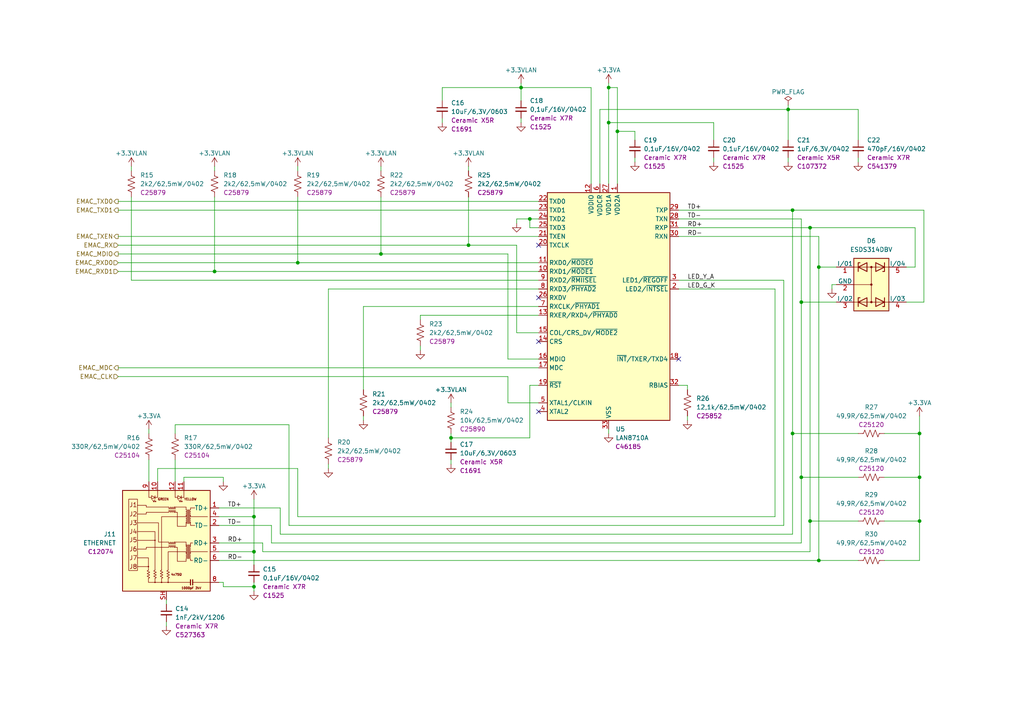
<source format=kicad_sch>
(kicad_sch (version 20230121) (generator eeschema)
  (paper "A4")
  (title_block (title "ESP 16x 24VDC Input 16x External Relay Output Module") (date "2022-10-20") (rev "V1"))
  (lib_symbols
    (symbol "Device:C_Small" (pin_numbers hide) (pin_names (offset 0.254) hide)
      (property "Reference" "C" (at 0.254 1.778 0))
      (property "Value" "C_Small" (at 0.254 -2.032 0))
      (symbol "C_Small_0_1"
        (polyline (pts (xy -1.524 -0.508) (xy 1.524 -0.508)) (stroke (width 0.3302)))
        (polyline (pts (xy -1.524 0.508) (xy 1.524 0.508)) (stroke (width 0.3048)))
      )
      (symbol "C_Small_1_1"
        (pin passive line (at 0 2.54 270) (length 2.032) (name "~") (number "1"))
        (pin passive line (at 0 -2.54 90) (length 2.032) (name "~") (number "2"))
      )
    )
    (symbol "Device:R_US" (pin_numbers hide) (pin_names (offset 0))
      (property "Reference" "R" (at 2.54 0 90))
      (property "Value" "R_US" (at -2.54 0 90))
      (symbol "R_US_0_1"
        (polyline (pts (xy 0 -2.286) (xy 0 -2.54)))
        (polyline (pts (xy 0 2.286) (xy 0 2.54)))
        (polyline (pts (xy 0 -0.762) (xy 1.016 -1.143) (xy 0 -1.524) (xy -1.016 -1.905) (xy 0 -2.286)))
        (polyline (pts (xy 0 0.762) (xy 1.016 0.381) (xy 0 0) (xy -1.016 -0.381) (xy 0 -0.762)))
        (polyline (pts (xy 0 2.286) (xy 1.016 1.905) (xy 0 1.524) (xy -1.016 1.143) (xy 0 0.762)))
      )
      (symbol "R_US_1_1"
        (pin passive line (at 0 3.81 270) (length 1.27) (name "~") (number "1"))
        (pin passive line (at 0 -3.81 90) (length 1.27) (name "~") (number "2"))
      )
    )
    (symbol "Interface_Ethernet:LAN8710A"
      (property "Reference" "U" (at -13.97 34.29 0))
      (property "Value" "LAN8710A" (at 17.78 34.29 0))
      (symbol "LAN8710A_0_1"
        (rectangle (start -17.78 33.02) (end 17.78 -33.02) (stroke (width 0.254)) (fill (type background)))
      )
      (symbol "LAN8710A_1_1"
        (pin power_in line (at 2.54 35.56 270) (length 2.54) (name "VDD2A") (number "1"))
        (pin bidirectional line (at -20.32 10.16 0) (length 2.54) (name "RXD1/~{MODE1}") (number "10"))
        (pin bidirectional line (at -20.32 12.7 0) (length 2.54) (name "RXD0/~{MODE0}") (number "11"))
        (pin power_in line (at -5.08 35.56 270) (length 2.54) (name "VDDIO") (number "12"))
        (pin bidirectional line (at -20.32 -2.54 0) (length 2.54) (name "RXER/RXD4/~{PHYAD0}") (number "13"))
        (pin output line (at -20.32 -10.16 0) (length 2.54) (name "CRS") (number "14"))
        (pin bidirectional line (at -20.32 -7.62 0) (length 2.54) (name "COL/CRS_DV/~{MODE2}") (number "15"))
        (pin bidirectional line (at -20.32 -15.24 0) (length 2.54) (name "MDIO") (number "16"))
        (pin input line (at -20.32 -17.78 0) (length 2.54) (name "MDC") (number "17"))
        (pin bidirectional line (at 20.32 -15.24 180) (length 2.54) (name "~{INT}/TXER/TXD4") (number "18"))
        (pin input line (at -20.32 -22.86 0) (length 2.54) (name "~{RST}") (number "19"))
        (pin bidirectional line (at 20.32 5.08 180) (length 2.54) (name "LED2/~{INTSEL}") (number "2"))
        (pin output line (at -20.32 17.78 0) (length 2.54) (name "TXCLK") (number "20"))
        (pin input line (at -20.32 20.32 0) (length 2.54) (name "TXEN") (number "21"))
        (pin input line (at -20.32 30.48 0) (length 2.54) (name "TXD0") (number "22"))
        (pin input line (at -20.32 27.94 0) (length 2.54) (name "TXD1") (number "23"))
        (pin input line (at -20.32 25.4 0) (length 2.54) (name "TXD2") (number "24"))
        (pin input line (at -20.32 22.86 0) (length 2.54) (name "TXD3") (number "25"))
        (pin output line (at -20.32 2.54 0) (length 2.54) (name "RXDV") (number "26"))
        (pin power_in line (at 0 35.56 270) (length 2.54) (name "VDD1A") (number "27"))
        (pin bidirectional line (at 20.32 25.4 180) (length 2.54) (name "TXN") (number "28"))
        (pin bidirectional line (at 20.32 27.94 180) (length 2.54) (name "TXP") (number "29"))
        (pin bidirectional line (at 20.32 7.62 180) (length 2.54) (name "LED1/~{REGOFF}") (number "3"))
        (pin bidirectional line (at 20.32 20.32 180) (length 2.54) (name "RXN") (number "30"))
        (pin bidirectional line (at 20.32 22.86 180) (length 2.54) (name "RXP") (number "31"))
        (pin passive line (at 20.32 -22.86 180) (length 2.54) (name "RBIAS") (number "32"))
        (pin power_in line (at 0 -35.56 90) (length 2.54) (name "VSS") (number "33"))
        (pin output line (at -20.32 -30.48 0) (length 2.54) (name "XTAL2") (number "4"))
        (pin input line (at -20.32 -27.94 0) (length 2.54) (name "XTAL1/CLKIN") (number "5"))
        (pin power_in line (at -2.54 35.56 270) (length 2.54) (name "VDDCR") (number "6"))
        (pin bidirectional line (at -20.32 0 0) (length 2.54) (name "RXCLK/~{PHYAD1}") (number "7"))
        (pin bidirectional line (at -20.32 5.08 0) (length 2.54) (name "RXD3/~{PHYAD2}") (number "8"))
        (pin bidirectional line (at -20.32 7.62 0) (length 2.54) (name "RXD2/~{RMIISEL}") (number "9"))
      )
    )
    (symbol "Tales:+3.3VLAN" (power) (pin_names (offset 0))
      (property "Value" "+3.3VLAN" (at 0 3.556 0))
      (symbol "+3.3VLAN_0_1"
        (polyline (pts (xy -0.762 1.27) (xy 0 2.54)))
        (polyline (pts (xy 0 0) (xy 0 2.54)))
        (polyline (pts (xy 0 2.54) (xy 0.762 1.27)))
      )
      (symbol "+3.3VLAN_1_1"
        (pin power_in line (at 0 0 90) (length 0) hide (name "+3.3VLAN") (number "1"))
      )
    )
    (symbol "Tales:ESDS314DBV" (pin_names (offset 0))
      (property "Reference" "D" (at 0 12.7 0))
      (property "Value" "ESDS314DBV" (at 0 10.16 0))
      (symbol "ESDS314DBV_0_1"
        (rectangle (start -5.08 7.62) (end 5.08 -7.62) (stroke (width 0.254)) (fill (type background)))
        (circle (center 0 -5.08) (radius 0.254) (fill (type outline)))
        (polyline (pts (xy -5.08 -5.08) (xy 5.08 -5.08)))
        (polyline (pts (xy -5.08 0) (xy 0 0)))
        (polyline (pts (xy -5.08 5.08) (xy 5.08 5.08)))
        (polyline (pts (xy 0 -5.08) (xy 0 5.08)))
        (polyline (pts (xy -3.81 -6.35) (xy -3.81 -3.81) (xy -3.302 -3.81)) (stroke (width 0.254)))
        (polyline (pts (xy -3.81 3.81) (xy -3.81 6.35) (xy -3.302 6.35)) (stroke (width 0.254)))
        (polyline (pts (xy 3.81 -3.81) (xy 3.81 -6.35) (xy 3.302 -6.35)) (stroke (width 0.254)))
        (polyline (pts (xy 3.81 6.35) (xy 3.81 3.81) (xy 3.302 3.81)) (stroke (width 0.254)))
        (polyline (pts (xy -1.27 -6.35) (xy -3.81 -5.08) (xy -1.27 -3.81) (xy -1.27 -6.35) (xy -1.27 -6.35) (xy -1.27 -6.35)) (stroke (width 0.254)))
        (polyline (pts (xy -1.27 3.81) (xy -3.81 5.08) (xy -1.27 6.35) (xy -1.27 3.81) (xy -1.27 3.81) (xy -1.27 3.81)) (stroke (width 0.254)))
        (polyline (pts (xy 1.27 -3.81) (xy 3.81 -5.08) (xy 1.27 -6.35) (xy 1.27 -3.81) (xy 1.27 -3.81) (xy 1.27 -3.81)) (stroke (width 0.254)))
        (polyline (pts (xy 1.27 6.35) (xy 3.81 5.08) (xy 1.27 3.81) (xy 1.27 6.35) (xy 1.27 6.35) (xy 1.27 6.35)) (stroke (width 0.254)))
        (circle (center 0 0) (radius 0.254) (fill (type outline)))
        (circle (center 0 5.08) (radius 0.254) (fill (type outline)))
        (pin passive line (at -10.16 5.08 0) (length 5.08) (name "I/01") (number "1"))
        (pin passive line (at -10.16 0 0) (length 5.08) (name "GND") (number "2"))
        (pin passive line (at -10.16 -5.08 0) (length 5.08) (name "I/02") (number "3"))
        (pin passive line (at 10.16 -5.08 180) (length 5.08) (name "I/03") (number "4"))
        (pin passive line (at 10.16 5.08 180) (length 5.08) (name "I/04") (number "5"))
      )
    )
    (symbol "Tales:HanRun_HR911105A"
      (property "Reference" "J" (at 12.7 13.97 0))
      (property "Value" "HanRun_HR911105A" (at 0 -17.78 0))
      (symbol "HanRun_HR911105A_0_0"
        (rectangle (start -12.7 12.7) (end 12.7 -16.51) (stroke (width 0.254)) (fill (type background)))
        (polyline (pts (xy -5.207 -9.398) (xy -8.382 -9.398)))
        (polyline (pts (xy -3.302 -13.97) (xy -3.302 -12.827)))
        (polyline (pts (xy -3.302 -1.778) (xy -8.382 -1.778)))
        (polyline (pts (xy -1.397 -13.97) (xy -1.397 -12.827)))
        (polyline (pts (xy 0.508 -13.97) (xy 0.508 -12.827)))
        (polyline (pts (xy 7.62 -13.97) (xy 12.7 -13.97)))
        (polyline (pts (xy 11.938 -5.08) (xy 6.985 -5.08)))
        (polyline (pts (xy 11.938 5.08) (xy 6.985 5.08)))
        (polyline (pts (xy -1.397 -10.414) (xy -1.397 5.08) (xy 5.715 5.08)))
        (polyline (pts (xy 0.508 -10.414) (xy 0.508 -5.08) (xy 5.715 -5.08)))
        (polyline (pts (xy 6.985 -13.97) (xy -5.207 -13.97) (xy -5.207 -12.827)))
        (polyline (pts (xy 0.635 -2.286) (xy -2.286 -2.286) (xy -2.286 3.302) (xy -8.382 3.302)))
        (polyline (pts (xy 0.635 7.874) (xy -5.842 7.874) (xy -5.842 8.382) (xy -8.382 8.382)))
        (text "1000pF 2kV" (at 7.239 -15.621 0) (effects (font (size 0.635 0.635))))
        (text "4x75Ω" (at 2.921 -11.684 0) (effects (font (size 0.635 0.635))))
        (text "GREEN" (at -2.54 10.16 0) (effects (font (size 0.635 0.635)) (justify left)))
        (text "J1" (at -10.795 8.509 0) (effects (font (size 1.27 1.27)) (justify left)))
        (text "J2" (at -10.795 5.842 0) (effects (font (size 1.27 1.27)) (justify left)))
        (text "J3" (at -10.795 3.302 0) (effects (font (size 1.27 1.27)) (justify left)))
        (text "J4" (at -10.795 0.762 0) (effects (font (size 1.27 1.27)) (justify left)))
        (text "J5" (at -10.795 -1.651 0) (effects (font (size 1.27 1.27)) (justify left)))
        (text "J6" (at -10.795 -4.318 0) (effects (font (size 1.27 1.27)) (justify left)))
        (text "J7" (at -10.795 -6.858 0) (effects (font (size 1.27 1.27)) (justify left)))
        (text "J8" (at -10.795 -9.398 0) (effects (font (size 1.27 1.27)) (justify left)))
        (text "YELLOW" (at 5.08 10.16 0) (effects (font (size 0.635 0.635)) (justify left)))
      )
      (symbol "HanRun_HR911105A_0_1"
        (rectangle (start -8.382 -10.541) (end -10.922 10.16))
        (circle (center -5.207 -9.398) (radius 0.127) (fill (type outline)))
        (circle (center -3.302 -13.97) (radius 0.127) (fill (type outline)))
        (circle (center -3.302 -1.778) (radius 0.127) (fill (type outline)))
        (circle (center -1.397 -13.97) (radius 0.127) (fill (type outline)))
        (polyline (pts (xy -3.556 9.398) (xy -4.064 9.906)))
        (polyline (pts (xy -3.302 11.176) (xy -3.302 10.16)))
        (polyline (pts (xy -3.048 9.398) (xy -3.556 9.906)))
        (polyline (pts (xy 0.635 -3.302) (xy 2.667 -3.302)))
        (polyline (pts (xy 0.635 6.858) (xy 2.667 6.858)))
        (polyline (pts (xy 2.667 -2.794) (xy 0.635 -2.794)))
        (polyline (pts (xy 2.667 7.366) (xy 0.635 7.366)))
        (polyline (pts (xy 4.064 9.398) (xy 3.556 9.906)))
        (polyline (pts (xy 4.318 11.176) (xy 4.318 10.16)))
        (polyline (pts (xy 4.572 9.398) (xy 4.064 9.906)))
        (polyline (pts (xy 6.223 -3.048) (xy 6.223 -7.112)))
        (polyline (pts (xy 6.223 7.112) (xy 6.223 3.048)))
        (polyline (pts (xy 6.477 -7.112) (xy 6.477 -3.048)))
        (polyline (pts (xy 6.477 3.048) (xy 6.477 7.112)))
        (polyline (pts (xy 6.985 -14.732) (xy 6.985 -13.208)) (stroke (width 0.3048)))
        (polyline (pts (xy 7.62 -14.732) (xy 7.62 -13.208)) (stroke (width 0.3048)))
        (polyline (pts (xy -5.207 -10.414) (xy -5.207 -6.858) (xy -8.382 -6.858)))
        (polyline (pts (xy -5.08 12.7) (xy -5.08 10.668) (xy -4.318 10.668)))
        (polyline (pts (xy -3.556 9.652) (xy -3.556 9.398) (xy -3.81 9.398)))
        (polyline (pts (xy -3.302 -10.414) (xy -3.302 0.762) (xy -8.382 0.762)))
        (polyline (pts (xy -3.048 9.652) (xy -3.048 9.398) (xy -3.302 9.398)))
        (polyline (pts (xy -2.54 12.7) (xy -2.54 10.668) (xy -3.302 10.668)))
        (polyline (pts (xy 2.54 12.7) (xy 2.54 10.668) (xy 3.302 10.668)))
        (polyline (pts (xy 2.667 -2.286) (xy 5.715 -2.286) (xy 5.715 -3.048)))
        (polyline (pts (xy 2.667 7.874) (xy 5.715 7.874) (xy 5.715 7.112)))
        (polyline (pts (xy 4.064 9.652) (xy 4.064 9.398) (xy 3.81 9.398)))
        (polyline (pts (xy 4.572 9.652) (xy 4.572 9.398) (xy 4.318 9.398)))
        (polyline (pts (xy 5.08 12.7) (xy 5.08 10.668) (xy 4.318 10.668)))
        (polyline (pts (xy 6.985 -7.112) (xy 6.985 -7.62) (xy 7.62 -7.62)))
        (polyline (pts (xy 6.985 -3.048) (xy 6.985 -2.54) (xy 7.62 -2.54)))
        (polyline (pts (xy 6.985 3.048) (xy 6.985 2.54) (xy 8.255 2.54)))
        (polyline (pts (xy 6.985 7.112) (xy 6.985 7.62) (xy 8.255 7.62)))
        (polyline (pts (xy -3.302 10.668) (xy -4.318 11.176) (xy -4.318 10.16) (xy -3.302 10.668)))
        (polyline (pts (xy 0.635 -3.81) (xy -5.842 -3.81) (xy -5.842 -4.318) (xy -8.382 -4.318)))
        (polyline (pts (xy 0.635 6.35) (xy -5.842 6.35) (xy -5.842 5.842) (xy -8.382 5.842)))
        (polyline (pts (xy 4.318 10.668) (xy 3.302 11.176) (xy 3.302 10.16) (xy 4.318 10.668)))
        (polyline (pts (xy 5.715 -7.112) (xy 5.715 -7.874) (xy 3.175 -7.874) (xy 3.175 -3.81) (xy 2.667 -3.81)))
        (polyline (pts (xy 5.715 3.048) (xy 5.715 2.286) (xy 3.175 2.286) (xy 3.175 6.35) (xy 2.667 6.35)))
        (polyline (pts (xy -5.207 -12.827) (xy -4.826 -12.573) (xy -5.588 -12.192) (xy -4.826 -11.811) (xy -5.588 -11.43) (xy -4.826 -11.049) (xy -5.588 -10.668) (xy -5.207 -10.414)))
        (polyline (pts (xy -3.302 -12.827) (xy -2.921 -12.573) (xy -3.683 -12.192) (xy -2.921 -11.811) (xy -3.683 -11.43) (xy -2.921 -11.049) (xy -3.683 -10.668) (xy -3.302 -10.414)))
        (polyline (pts (xy -1.397 -12.827) (xy -1.016 -12.573) (xy -1.778 -12.192) (xy -1.016 -11.811) (xy -1.778 -11.43) (xy -1.016 -11.049) (xy -1.778 -10.668) (xy -1.397 -10.414)))
        (polyline (pts (xy 0.508 -12.827) (xy 0.889 -12.573) (xy 0.127 -12.192) (xy 0.889 -11.811) (xy 0.127 -11.43) (xy 0.889 -11.049) (xy 0.127 -10.668) (xy 0.508 -10.414)))
        (circle (center 0.508 -13.97) (radius 0.127) (fill (type outline)))
        (arc (start 0.635 -2.286) (mid 0.889 -2.5389) (end 1.143 -2.286))
        (arc (start 0.635 7.874) (mid 0.889 7.6211) (end 1.143 7.874))
        (arc (start 1.143 -3.81) (mid 0.889 -3.5571) (end 0.635 -3.81))
        (arc (start 1.143 -2.286) (mid 1.397 -2.5389) (end 1.651 -2.286))
        (arc (start 1.143 6.35) (mid 0.889 6.6029) (end 0.635 6.35))
        (arc (start 1.143 7.874) (mid 1.397 7.6211) (end 1.651 7.874))
        (arc (start 1.651 -3.81) (mid 1.397 -3.5571) (end 1.143 -3.81))
        (arc (start 1.651 -2.286) (mid 1.905 -2.5389) (end 2.159 -2.286))
        (arc (start 1.651 6.35) (mid 1.397 6.6029) (end 1.143 6.35))
        (arc (start 1.651 7.874) (mid 1.905 7.6211) (end 2.159 7.874))
        (arc (start 2.159 -3.81) (mid 1.905 -3.5571) (end 1.651 -3.81))
        (arc (start 2.159 -2.286) (mid 2.413 -2.5389) (end 2.667 -2.286))
        (arc (start 2.159 6.35) (mid 1.905 6.6029) (end 1.651 6.35))
        (arc (start 2.159 7.874) (mid 2.413 7.6211) (end 2.667 7.874))
        (circle (center 2.413 -3.8354) (radius 0.0762) (stroke (width 0.0254)) (fill (type outline)))
        (circle (center 2.413 -2.2606) (radius 0.0762) (stroke (width 0.0254)) (fill (type outline)))
        (circle (center 2.413 6.3246) (radius 0.0762) (stroke (width 0.0254)) (fill (type outline)))
        (circle (center 2.413 7.8994) (radius 0.0762) (stroke (width 0.0254)) (fill (type outline)))
        (arc (start 2.667 -3.81) (mid 2.413 -3.5571) (end 2.159 -3.81))
        (arc (start 2.667 6.35) (mid 2.413 6.6029) (end 2.159 6.35))
        (arc (start 5.715 -7.112) (mid 5.9679 -6.858) (end 5.715 -6.604))
        (arc (start 5.715 -6.604) (mid 5.9679 -6.35) (end 5.715 -6.096))
        (arc (start 5.715 -6.096) (mid 5.9679 -5.842) (end 5.715 -5.588))
        (arc (start 5.715 -5.588) (mid 5.9679 -5.334) (end 5.715 -5.08))
        (circle (center 5.715 -5.334) (radius 0.0762) (stroke (width 0.0254)) (fill (type outline)))
        (arc (start 5.715 -5.08) (mid 5.9679 -4.826) (end 5.715 -4.572))
        (arc (start 5.715 -4.572) (mid 5.9679 -4.318) (end 5.715 -4.064))
        (arc (start 5.715 -4.064) (mid 5.9679 -3.81) (end 5.715 -3.556))
        (arc (start 5.715 -3.556) (mid 5.9679 -3.302) (end 5.715 -3.048))
        (circle (center 5.715 -3.302) (radius 0.0762) (stroke (width 0.0254)) (fill (type outline)))
        (arc (start 5.715 3.048) (mid 5.9679 3.302) (end 5.715 3.556))
        (circle (center 5.715 3.302) (radius 0.0762) (stroke (width 0.0254)) (fill (type outline)))
        (arc (start 5.715 3.556) (mid 5.9679 3.81) (end 5.715 4.064))
        (arc (start 5.715 4.064) (mid 5.9679 4.318) (end 5.715 4.572))
        (arc (start 5.715 4.572) (mid 5.9679 4.826) (end 5.715 5.08))
        (arc (start 5.715 5.08) (mid 5.9679 5.334) (end 5.715 5.588))
        (circle (center 5.715 5.334) (radius 0.0762) (stroke (width 0.0254)) (fill (type outline)))
        (arc (start 5.715 5.588) (mid 5.9679 5.842) (end 5.715 6.096))
        (arc (start 5.715 6.096) (mid 5.9679 6.35) (end 5.715 6.604))
        (arc (start 5.715 6.604) (mid 5.9679 6.858) (end 5.715 7.112))
        (arc (start 6.985 -6.604) (mid 6.7321 -6.858) (end 6.985 -7.112))
        (arc (start 6.985 -6.096) (mid 6.7321 -6.35) (end 6.985 -6.604))
        (arc (start 6.985 -5.588) (mid 6.7321 -5.842) (end 6.985 -6.096))
        (circle (center 6.985 -5.334) (radius 0.0762) (stroke (width 0.0254)) (fill (type outline)))
        (arc (start 6.985 -5.08) (mid 6.7321 -5.334) (end 6.985 -5.588))
        (arc (start 6.985 -4.572) (mid 6.7321 -4.826) (end 6.985 -5.08))
        (arc (start 6.985 -4.064) (mid 6.7321 -4.318) (end 6.985 -4.572))
        (arc (start 6.985 -3.556) (mid 6.7321 -3.81) (end 6.985 -4.064))
        (circle (center 6.985 -3.302) (radius 0.0762) (stroke (width 0.0254)) (fill (type outline)))
        (arc (start 6.985 -3.048) (mid 6.7321 -3.302) (end 6.985 -3.556))
        (circle (center 6.985 3.302) (radius 0.0762) (stroke (width 0.0254)) (fill (type outline)))
        (arc (start 6.985 3.556) (mid 6.7321 3.302) (end 6.985 3.048))
        (arc (start 6.985 4.064) (mid 6.7321 3.81) (end 6.985 3.556))
        (arc (start 6.985 4.572) (mid 6.7321 4.318) (end 6.985 4.064))
        (arc (start 6.985 5.08) (mid 6.7321 4.826) (end 6.985 4.572))
        (circle (center 6.985 5.334) (radius 0.0762) (stroke (width 0.0254)) (fill (type outline)))
        (arc (start 6.985 5.588) (mid 6.7321 5.334) (end 6.985 5.08))
        (arc (start 6.985 6.096) (mid 6.7321 5.842) (end 6.985 5.588))
        (arc (start 6.985 6.604) (mid 6.7321 6.35) (end 6.985 6.096))
        (arc (start 6.985 7.112) (mid 6.7321 6.858) (end 6.985 6.604))
      )
      (symbol "HanRun_HR911105A_1_1"
        (pin passive line (at 15.24 7.62 180) (length 2.54) (name "TD+") (number "1"))
        (pin passive line (at -2.54 15.24 270) (length 2.54) (name "~") (number "10"))
        (pin passive line (at 5.08 15.24 270) (length 2.54) (name "~") (number "11"))
        (pin passive line (at 2.54 15.24 270) (length 2.54) (name "~") (number "12"))
        (pin passive line (at 15.24 2.54 180) (length 2.54) (name "TD-") (number "2"))
        (pin passive line (at 15.24 -2.54 180) (length 2.54) (name "RD+") (number "3"))
        (pin passive line (at 15.24 5.08 180) (length 2.54) (name "~") (number "4"))
        (pin passive line (at 15.24 -5.08 180) (length 2.54) (name "~") (number "5"))
        (pin passive line (at 15.24 -7.62 180) (length 2.54) (name "RD-") (number "6"))
        (pin no_connect line (at 12.7 -11.43 180) (length 2.54) hide (name "NC") (number "7"))
        (pin passive line (at 15.24 -13.97 180) (length 2.54) (name "~") (number "8"))
        (pin passive line (at -5.08 15.24 270) (length 2.54) (name "~") (number "9"))
        (pin passive line (at 0 -19.05 90) (length 2.54) (name "~") (number "SH"))
      )
    )
    (symbol "power:+3.3VA" (power) (pin_names (offset 0))
      (property "Value" "+3.3VA" (at 0 3.556 0))
      (symbol "+3.3VA_0_1"
        (polyline (pts (xy -0.762 1.27) (xy 0 2.54)))
        (polyline (pts (xy 0 0) (xy 0 2.54)))
        (polyline (pts (xy 0 2.54) (xy 0.762 1.27)))
      )
      (symbol "+3.3VA_1_1"
        (pin power_in line (at 0 0 90) (length 0) hide (name "+3.3VA") (number "1"))
      )
    )
    (symbol "power:GND" (power) (pin_names (offset 0))
      (property "Value" "GND" (at 0 -3.81 0))
      (symbol "GND_0_1"
        (polyline (pts (xy 0 0) (xy 0 -1.27) (xy 1.27 -1.27) (xy 0 -2.54) (xy -1.27 -1.27) (xy 0 -1.27)))
      )
      (symbol "GND_1_1"
        (pin power_in line (at 0 0 270) (length 0) hide (name "GND") (number "1"))
      )
    )
    (symbol "power:PWR_FLAG" (power) (pin_numbers hide) (pin_names (offset 0) hide)
      (property "Value" "PWR_FLAG" (at 0 3.81 0))
      (symbol "PWR_FLAG_0_0"
        (pin power_out line (at 0 0 90) (length 0) (name "pwr") (number "1"))
      )
      (symbol "PWR_FLAG_0_1"
        (polyline (pts (xy 0 0) (xy 0 1.27) (xy -1.016 1.905) (xy 0 2.54) (xy 1.016 1.905) (xy 0 1.27)))
      )
    )
  )
  (junction (at 266.7 125.73))
  (junction (at 232.41 138.43))
  (junction (at 229.87 60.96))
  (junction (at 73.66 160.02))
  (junction (at 266.7 138.43))
  (junction (at 110.49 73.66))
  (junction (at 179.07 38.1))
  (junction (at 151.13 25.4))
  (junction (at 176.53 35.56))
  (junction (at 234.95 151.13))
  (junction (at 73.66 149.86))
  (junction (at 86.36 76.2))
  (junction (at 266.7 151.13))
  (junction (at 229.87 125.73))
  (junction (at 153.67 63.5))
  (junction (at 176.53 25.4))
  (junction (at 135.89 71.12))
  (junction (at 237.49 162.56))
  (junction (at 232.41 87.63))
  (junction (at 130.81 127))
  (junction (at 62.23 78.74))
  (junction (at 237.49 77.47))
  (junction (at 228.6 31.75))
  (junction (at 234.95 66.04))
  (junction (at 73.66 170.18))
  (no_connect (at 156.21 99.06))
  (no_connect (at 156.21 86.36))
  (no_connect (at 196.85 104.14))
  (no_connect (at 156.21 71.12))
  (no_connect (at 156.21 119.38))
  (wire (pts (xy 176.53 35.56) (xy 176.53 53.34)))
  (wire (pts (xy 34.29 71.12) (xy 135.89 71.12)))
  (wire (pts (xy 128.27 25.4) (xy 151.13 25.4)))
  (wire (pts (xy 64.77 138.43) (xy 64.77 139.7)))
  (wire (pts (xy 34.29 78.74) (xy 62.23 78.74)))
  (wire (pts (xy 171.45 25.4) (xy 171.45 53.34)))
  (wire (pts (xy 64.77 170.18) (xy 64.77 168.91)))
  (wire (pts (xy 241.3 82.55) (xy 242.57 82.55)))
  (wire (pts (xy 256.54 125.73) (xy 266.7 125.73)))
  (wire (pts (xy 228.6 31.75) (xy 248.92 31.75)))
  (wire (pts (xy 34.29 106.68) (xy 156.21 106.68)))
  (wire (pts (xy 38.1 48.26) (xy 38.1 49.53)))
  (wire (pts (xy 234.95 151.13) (xy 234.95 160.02)))
  (wire (pts (xy 237.49 77.47) (xy 237.49 162.56)))
  (wire (pts (xy 173.99 53.34) (xy 173.99 31.75)))
  (wire (pts (xy 266.7 151.13) (xy 266.7 162.56)))
  (wire (pts (xy 86.36 76.2) (xy 156.21 76.2)))
  (wire (pts (xy 156.21 111.76) (xy 153.67 111.76)))
  (wire (pts (xy 156.21 96.52) (xy 149.86 96.52)))
  (wire (pts (xy 83.82 123.19) (xy 83.82 152.4)))
  (wire (pts (xy 81.28 154.94) (xy 229.87 154.94)))
  (wire (pts (xy 179.07 38.1) (xy 179.07 53.34)))
  (wire (pts (xy 153.67 63.5) (xy 149.86 63.5)))
  (wire (pts (xy 135.89 71.12) (xy 135.89 57.15)))
  (wire (pts (xy 34.29 68.58) (xy 156.21 68.58)))
  (wire (pts (xy 153.67 66.04) (xy 153.67 63.5)))
  (wire (pts (xy 62.23 48.26) (xy 62.23 49.53)))
  (wire (pts (xy 43.18 124.46) (xy 43.18 125.73)))
  (wire (pts (xy 95.25 134.62) (xy 95.25 135.89)))
  (wire (pts (xy 128.27 29.21) (xy 128.27 25.4)))
  (wire (pts (xy 105.41 120.65) (xy 105.41 121.92)))
  (wire (pts (xy 34.29 76.2) (xy 86.36 76.2)))
  (wire (pts (xy 130.81 133.35) (xy 130.81 134.62)))
  (wire (pts (xy 121.92 91.44) (xy 121.92 92.71)))
  (wire (pts (xy 262.89 77.47) (xy 265.43 77.47)))
  (wire (pts (xy 53.34 138.43) (xy 53.34 139.7)))
  (wire (pts (xy 267.97 87.63) (xy 267.97 60.96)))
  (wire (pts (xy 38.1 57.15) (xy 38.1 81.28)))
  (wire (pts (xy 266.7 125.73) (xy 266.7 138.43)))
  (wire (pts (xy 64.77 168.91) (xy 63.5 168.91)))
  (wire (pts (xy 147.32 104.14) (xy 156.21 104.14)))
  (wire (pts (xy 176.53 25.4) (xy 176.53 35.56)))
  (wire (pts (xy 199.39 111.76) (xy 196.85 111.76)))
  (wire (pts (xy 234.95 151.13) (xy 248.92 151.13)))
  (wire (pts (xy 62.23 78.74) (xy 156.21 78.74)))
  (wire (pts (xy 196.85 68.58) (xy 237.49 68.58)))
  (wire (pts (xy 229.87 125.73) (xy 229.87 154.94)))
  (wire (pts (xy 34.29 109.22) (xy 147.32 109.22)))
  (wire (pts (xy 43.18 133.35) (xy 43.18 139.7)))
  (wire (pts (xy 81.28 147.32) (xy 81.28 154.94)))
  (wire (pts (xy 266.7 162.56) (xy 256.54 162.56)))
  (wire (pts (xy 45.72 135.89) (xy 86.36 135.89)))
  (wire (pts (xy 151.13 34.29) (xy 151.13 35.56)))
  (wire (pts (xy 151.13 25.4) (xy 151.13 29.21)))
  (wire (pts (xy 130.81 116.84) (xy 130.81 118.11)))
  (wire (pts (xy 153.67 127) (xy 130.81 127)))
  (wire (pts (xy 83.82 152.4) (xy 227.33 152.4)))
  (wire (pts (xy 86.36 57.15) (xy 86.36 76.2)))
  (wire (pts (xy 207.01 45.72) (xy 207.01 46.99)))
  (wire (pts (xy 228.6 31.75) (xy 228.6 40.64)))
  (wire (pts (xy 176.53 124.46) (xy 176.53 125.73)))
  (wire (pts (xy 50.8 139.7) (xy 50.8 133.35)))
  (wire (pts (xy 128.27 34.29) (xy 128.27 35.56)))
  (wire (pts (xy 228.6 30.48) (xy 228.6 31.75)))
  (wire (pts (xy 45.72 139.7) (xy 45.72 135.89)))
  (wire (pts (xy 62.23 57.15) (xy 62.23 78.74)))
  (wire (pts (xy 176.53 24.13) (xy 176.53 25.4)))
  (wire (pts (xy 229.87 125.73) (xy 248.92 125.73)))
  (wire (pts (xy 237.49 68.58) (xy 237.49 77.47)))
  (wire (pts (xy 78.74 152.4) (xy 78.74 157.48)))
  (wire (pts (xy 63.5 147.32) (xy 81.28 147.32)))
  (wire (pts (xy 237.49 162.56) (xy 248.92 162.56)))
  (wire (pts (xy 149.86 71.12) (xy 135.89 71.12)))
  (wire (pts (xy 176.53 25.4) (xy 179.07 25.4)))
  (wire (pts (xy 151.13 25.4) (xy 171.45 25.4)))
  (wire (pts (xy 110.49 57.15) (xy 110.49 73.66)))
  (wire (pts (xy 228.6 45.72) (xy 228.6 46.99)))
  (wire (pts (xy 76.2 157.48) (xy 76.2 160.02)))
  (wire (pts (xy 48.26 180.34) (xy 48.26 181.61)))
  (wire (pts (xy 229.87 60.96) (xy 229.87 125.73)))
  (wire (pts (xy 265.43 77.47) (xy 265.43 66.04)))
  (wire (pts (xy 147.32 73.66) (xy 147.32 104.14)))
  (wire (pts (xy 64.77 138.43) (xy 53.34 138.43)))
  (wire (pts (xy 266.7 138.43) (xy 266.7 151.13)))
  (wire (pts (xy 256.54 151.13) (xy 266.7 151.13)))
  (wire (pts (xy 248.92 31.75) (xy 248.92 40.64)))
  (wire (pts (xy 130.81 125.73) (xy 130.81 127)))
  (wire (pts (xy 34.29 73.66) (xy 110.49 73.66)))
  (wire (pts (xy 86.36 48.26) (xy 86.36 49.53)))
  (wire (pts (xy 153.67 111.76) (xy 153.67 127)))
  (wire (pts (xy 63.5 152.4) (xy 78.74 152.4)))
  (wire (pts (xy 73.66 170.18) (xy 73.66 171.45)))
  (wire (pts (xy 130.81 127) (xy 130.81 128.27)))
  (wire (pts (xy 149.86 96.52) (xy 149.86 71.12)))
  (wire (pts (xy 229.87 60.96) (xy 196.85 60.96)))
  (wire (pts (xy 173.99 31.75) (xy 228.6 31.75)))
  (wire (pts (xy 110.49 73.66) (xy 147.32 73.66)))
  (wire (pts (xy 105.41 88.9) (xy 105.41 113.03)))
  (wire (pts (xy 86.36 135.89) (xy 86.36 149.86)))
  (wire (pts (xy 199.39 113.03) (xy 199.39 111.76)))
  (wire (pts (xy 241.3 83.82) (xy 241.3 82.55)))
  (wire (pts (xy 50.8 123.19) (xy 83.82 123.19)))
  (wire (pts (xy 63.5 162.56) (xy 237.49 162.56)))
  (wire (pts (xy 78.74 157.48) (xy 232.41 157.48)))
  (wire (pts (xy 224.79 149.86) (xy 224.79 83.82)))
  (wire (pts (xy 265.43 66.04) (xy 234.95 66.04)))
  (wire (pts (xy 95.25 83.82) (xy 95.25 127)))
  (wire (pts (xy 232.41 138.43) (xy 248.92 138.43)))
  (wire (pts (xy 34.29 60.96) (xy 156.21 60.96)))
  (wire (pts (xy 73.66 168.91) (xy 73.66 170.18)))
  (wire (pts (xy 156.21 63.5) (xy 153.67 63.5)))
  (wire (pts (xy 48.26 173.99) (xy 48.26 175.26)))
  (wire (pts (xy 232.41 63.5) (xy 196.85 63.5)))
  (wire (pts (xy 110.49 48.26) (xy 110.49 49.53)))
  (wire (pts (xy 121.92 100.33) (xy 121.92 101.6)))
  (wire (pts (xy 184.15 38.1) (xy 184.15 40.64)))
  (wire (pts (xy 156.21 116.84) (xy 147.32 116.84)))
  (wire (pts (xy 64.77 170.18) (xy 73.66 170.18)))
  (wire (pts (xy 149.86 63.5) (xy 149.86 64.77)))
  (wire (pts (xy 267.97 60.96) (xy 229.87 60.96)))
  (wire (pts (xy 248.92 45.72) (xy 248.92 46.99)))
  (wire (pts (xy 156.21 66.04) (xy 153.67 66.04)))
  (wire (pts (xy 196.85 81.28) (xy 227.33 81.28)))
  (wire (pts (xy 73.66 144.78) (xy 73.66 149.86)))
  (wire (pts (xy 76.2 160.02) (xy 234.95 160.02)))
  (wire (pts (xy 34.29 58.42) (xy 156.21 58.42)))
  (wire (pts (xy 179.07 25.4) (xy 179.07 38.1)))
  (wire (pts (xy 256.54 138.43) (xy 266.7 138.43)))
  (wire (pts (xy 151.13 24.13) (xy 151.13 25.4)))
  (wire (pts (xy 86.36 149.86) (xy 224.79 149.86)))
  (wire (pts (xy 156.21 91.44) (xy 121.92 91.44)))
  (wire (pts (xy 207.01 35.56) (xy 207.01 40.64)))
  (wire (pts (xy 176.53 35.56) (xy 207.01 35.56)))
  (wire (pts (xy 95.25 83.82) (xy 156.21 83.82)))
  (wire (pts (xy 227.33 152.4) (xy 227.33 81.28)))
  (wire (pts (xy 266.7 120.65) (xy 266.7 125.73)))
  (wire (pts (xy 105.41 88.9) (xy 156.21 88.9)))
  (wire (pts (xy 237.49 77.47) (xy 242.57 77.47)))
  (wire (pts (xy 184.15 45.72) (xy 184.15 46.99)))
  (wire (pts (xy 232.41 87.63) (xy 242.57 87.63)))
  (wire (pts (xy 179.07 38.1) (xy 184.15 38.1)))
  (wire (pts (xy 232.41 87.63) (xy 232.41 138.43)))
  (wire (pts (xy 232.41 63.5) (xy 232.41 87.63)))
  (wire (pts (xy 135.89 48.26) (xy 135.89 49.53)))
  (wire (pts (xy 73.66 160.02) (xy 73.66 149.86)))
  (wire (pts (xy 232.41 138.43) (xy 232.41 157.48)))
  (wire (pts (xy 63.5 160.02) (xy 73.66 160.02)))
  (wire (pts (xy 63.5 157.48) (xy 76.2 157.48)))
  (wire (pts (xy 38.1 81.28) (xy 156.21 81.28)))
  (wire (pts (xy 196.85 83.82) (xy 224.79 83.82)))
  (wire (pts (xy 147.32 116.84) (xy 147.32 109.22)))
  (wire (pts (xy 199.39 120.65) (xy 199.39 121.92)))
  (wire (pts (xy 196.85 66.04) (xy 234.95 66.04)))
  (wire (pts (xy 50.8 125.73) (xy 50.8 123.19)))
  (wire (pts (xy 234.95 66.04) (xy 234.95 151.13)))
  (wire (pts (xy 73.66 160.02) (xy 73.66 163.83)))
  (wire (pts (xy 262.89 87.63) (xy 267.97 87.63)))
  (wire (pts (xy 73.66 149.86) (xy 63.5 149.86)))
  (label "RD-" (at 66.04 162.56 0))
  (label "LED_Y_A" (at 199.39 81.28 0))
  (label "TD+" (at 66.04 147.32 0))
  (label "TD+" (at 199.39 60.96 0))
  (label "TD-" (at 66.04 152.4 0))
  (label "RD-" (at 199.39 68.58 0))
  (label "RD+" (at 66.04 157.48 0))
  (label "RD+" (at 199.39 66.04 0))
  (label "LED_G_K" (at 199.39 83.82 0))
  (label "TD-" (at 199.39 63.5 0))
  (hierarchical_label "EMAC_MDIO" (shape output) (at 34.29 73.66 180))
  (hierarchical_label "EMAC_TXEN" (shape output) (at 34.29 68.58 180))
  (hierarchical_label "EMAC_CLK" (shape input) (at 34.29 109.22 180))
  (hierarchical_label "EMAC_RXD1" (shape input) (at 34.29 78.74 180))
  (hierarchical_label "EMAC_MDC" (shape output) (at 34.29 106.68 180))
  (hierarchical_label "EMAC_RXD0" (shape input) (at 34.29 76.2 180))
  (hierarchical_label "EMAC_RX" (shape input) (at 34.29 71.12 180))
  (hierarchical_label "EMAC_TXD0" (shape output) (at 34.29 58.42 180))
  (hierarchical_label "EMAC_TXD1" (shape output) (at 34.29 60.96 180))
  (symbol (lib_id "Device:C_Small") (at 207.01 43.18 0) (unit 1)
    (property "Reference" "C20" (at 209.55 40.64 0) (effects (justify left)))
    (property "Value" "0,1uF/16V/0402" (at 209.55 43.18 0) (effects (justify left)))
    (property "Footprint" "Tales:C_0402_1005Metric" (effects hide))
    (property "Case" "0402/1005" (effects hide))
    (property "JLCPCB BOM" "1" (effects hide))
    (property "LCSC Part #" "C1525" (at 209.55 48.2538 0) (effects (justify left)))
    (property "Mfr" "Samsung" (effects hide))
    (property "Mfr PN" "CL05B104KO5NNNC" (effects hide))
    (property "Technology" "Ceramic X7R" (at 209.55 45.7138 0) (effects (justify left)))
    (property "Vendor" "JLCPCB" (effects hide))
    (property "Vendor PN" "C1525" (effects hide))
  )
  (symbol (lib_id "power:GND") (at 184.15 46.99 0) (unit 1)
    (property "Reference" "#PWR057" (effects hide))
    (property "Value" "GNDREF" (effects hide))
  )
  (symbol (lib_id "Device:R_US") (at 130.81 121.92 0) (unit 1)
    (property "Reference" "R24" (at 133.35 119.38 0) (effects (justify left)))
    (property "Value" "10k/62,5mW/0402" (at 133.35 121.92 0) (effects (justify left)))
    (property "Footprint" "Tales:R_0402_1005Metric" (effects hide))
    (property "Case" "0402/1005" (effects hide))
    (property "Mfr" "Uniroyal" (effects hide))
    (property "Vendor" "JLCPCB" (effects hide))
    (property "Mfr PN" "0402WGF1002TCE" (effects hide))
    (property "Vendor PN" "C25890" (effects hide))
    (property "LCSC Part #" "C25890" (at 133.35 124.46 0) (effects (justify left)))
    (property "JLCPCB BOM" "1" (effects hide))
  )
  (symbol (lib_id "power:GND") (at 228.6 46.99 0) (unit 1)
    (property "Reference" "#PWR060" (effects hide))
    (property "Value" "GNDREF" (effects hide))
  )
  (symbol (lib_id "Device:R_US") (at 50.8 129.54 0) (unit 1)
    (property "Reference" "R17" (at 53.34 127 0) (effects (justify left)))
    (property "Value" "330R/62,5mW/0402" (at 53.34 129.54 0) (effects (justify left)))
    (property "Footprint" "Tales:R_0402_1005Metric" (effects hide))
    (property "Case" "0402/1005" (effects hide))
    (property "Mfr" "Uniroyal" (effects hide))
    (property "Vendor" "JLCPCB" (effects hide))
    (property "Mfr PN" "0402WGF3300TCE" (effects hide))
    (property "Vendor PN" "C25104" (effects hide))
    (property "LCSC Part #" "C25104" (at 53.34 132.08 0) (effects (justify left)))
    (property "JLCPCB BOM" "1" (effects hide))
  )
  (symbol (lib_id "Device:C_Small") (at 128.27 31.75 0) (unit 1)
    (property "Reference" "C16" (at 130.81 29.845 0) (effects (justify left)))
    (property "Value" "10uF/6,3V/0603" (at 130.81 32.385 0) (effects (justify left)))
    (property "Footprint" "Tales:C_0603_1608Metric" (effects hide))
    (property "Mfr" "Samsung" (effects hide))
    (property "Mfr PN" "CL10A106MQ8NNNC" (effects hide))
    (property "JLCPCB BOM" "1" (effects hide))
    (property "LCSC Part #" "C1691" (at 130.81 37.465 0) (effects (justify left)))
    (property "Technology" "Ceramic X5R" (at 130.81 34.925 0) (effects (justify left)))
    (property "Vendor" "JLCPCB" (effects hide))
    (property "Vendor PN" "C1691" (effects hide))
    (property "Case" "0603/1608" (effects hide))
  )
  (symbol (lib_id "Tales:+3.3VLAN") (at 135.89 48.26 0) (unit 1)
    (property "Reference" "#PWR051" (effects hide))
    (property "Value" "+3.3VLAN" (at 135.89 44.45 0))
  )
  (symbol (lib_id "Device:C_Small") (at 73.66 166.37 0) (unit 1)
    (property "Reference" "C15" (at 76.2 165.1062 0) (effects (justify left)))
    (property "Value" "0,1uF/16V/0402" (at 76.2 167.6462 0) (effects (justify left)))
    (property "Footprint" "Tales:C_0402_1005Metric" (effects hide))
    (property "Case" "0402/1005" (effects hide))
    (property "JLCPCB BOM" "1" (effects hide))
    (property "LCSC Part #" "C1525" (at 76.2 172.72 0) (effects (justify left)))
    (property "Mfr" "Samsung" (effects hide))
    (property "Mfr PN" "CL05B104KO5NNNC" (effects hide))
    (property "Technology" "Ceramic X7R" (at 76.2 170.18 0) (effects (justify left)))
    (property "Vendor" "JLCPCB" (effects hide))
    (property "Vendor PN" "C1525" (effects hide))
  )
  (symbol (lib_id "Device:R_US") (at 62.23 53.34 0) (unit 1)
    (property "Reference" "R18" (at 64.77 50.8 0) (effects (justify left)))
    (property "Value" "2k2/62,5mW/0402" (at 64.77 53.34 0) (effects (justify left)))
    (property "Footprint" "Tales:R_0402_1005Metric" (effects hide))
    (property "Case" "0402/1005" (effects hide))
    (property "Mfr" "Uniroyal" (effects hide))
    (property "Vendor" "JLCPCB" (effects hide))
    (property "Mfr PN" "0402WGF2201TCE" (effects hide))
    (property "Vendor PN" "C25879" (effects hide))
    (property "LCSC Part #" "C25879" (at 64.77 55.88 0) (effects (justify left)))
    (property "JLCPCB BOM" "1" (effects hide))
  )
  (symbol (lib_id "Device:R_US") (at 135.89 53.34 0) (unit 1)
    (property "Reference" "R25" (at 138.43 50.8 0) (effects (justify left)))
    (property "Value" "2k2/62,5mW/0402" (at 138.43 53.34 0) (effects (justify left)))
    (property "Footprint" "Tales:R_0402_1005Metric" (effects hide))
    (property "Case" "0402/1005" (effects hide))
    (property "Mfr" "Uniroyal" (effects hide))
    (property "Vendor" "JLCPCB" (effects hide))
    (property "Mfr PN" "0402WGF2201TCE" (effects hide))
    (property "Vendor PN" "C25879" (effects hide))
    (property "LCSC Part #" "C25879" (at 138.43 55.88 0) (effects (justify left)))
    (property "JLCPCB BOM" "1" (effects hide))
  )
  (symbol (lib_id "power:GND") (at 130.81 134.62 0) (unit 1)
    (property "Reference" "#PWR050" (effects hide))
    (property "Value" "GNDREF" (effects hide))
  )
  (symbol (lib_id "Device:R_US") (at 86.36 53.34 0) (unit 1)
    (property "Reference" "R19" (at 88.9 50.8 0) (effects (justify left)))
    (property "Value" "2k2/62,5mW/0402" (at 88.9 53.34 0) (effects (justify left)))
    (property "Footprint" "Tales:R_0402_1005Metric" (effects hide))
    (property "Case" "0402/1005" (effects hide))
    (property "Mfr" "Uniroyal" (effects hide))
    (property "Vendor" "JLCPCB" (effects hide))
    (property "Mfr PN" "0402WGF2201TCE" (effects hide))
    (property "Vendor PN" "C25879" (effects hide))
    (property "LCSC Part #" "C25879" (at 88.9 55.88 0) (effects (justify left)))
    (property "JLCPCB BOM" "1" (effects hide))
  )
  (symbol (lib_id "Tales:HanRun_HR911105A") (at 48.26 154.94 0) (unit 1)
    (property "Reference" "J11" (at 33.655 154.9399 0) (effects (justify right)))
    (property "Value" "ETHERNET" (at 33.655 157.4799 0) (effects (justify right)))
    (property "Footprint" "Tales:RJ45_HanRun_HR911105A" (effects hide))
    (property "JLCPCB BOM" "1" (effects hide))
    (property "LCSC Part #" "C12074" (at 29.21 160.02 0))
    (property "Mfr" "HanRun" (effects hide))
    (property "Mfr PN" "HR911105A" (effects hide))
    (property "Vendor" "JLCPCB" (effects hide))
    (property "Vendor PN" "C12074" (effects hide))
  )
  (symbol (lib_id "power:GND") (at 105.41 121.92 0) (unit 1)
    (property "Reference" "#PWR045" (effects hide))
    (property "Value" "GNDREF" (effects hide))
  )
  (symbol (lib_id "Device:C_Small") (at 48.26 177.8 0) (unit 1)
    (property "Reference" "C14" (at 50.8 176.5362 0) (effects (justify left)))
    (property "Value" "1nF/2kV/1206" (at 50.8 179.0762 0) (effects (justify left)))
    (property "Footprint" "Tales:C_1206_3216Metric" (effects hide))
    (property "Case" "1206/3216" (effects hide))
    (property "JLCPCB BOM" "1" (effects hide))
    (property "LCSC Part #" "C527363" (at 50.8 184.15 0) (effects (justify left)))
    (property "Mfr" "Yageo" (effects hide))
    (property "Mfr PN" "CC1206MKX7RDBB102" (effects hide))
    (property "Technology" "Ceramic X7R" (at 50.8 181.61 0) (effects (justify left)))
    (property "Vendor" "JLCPCB" (effects hide))
    (property "Vendor PN" "C527363" (effects hide))
  )
  (symbol (lib_id "Device:R_US") (at 43.18 129.54 0) (unit 1)
    (property "Reference" "R16" (at 40.64 127 0) (effects (justify right)))
    (property "Value" "330R/62,5mW/0402" (at 40.64 129.54 0) (effects (justify right)))
    (property "Footprint" "Tales:R_0402_1005Metric" (effects hide))
    (property "Case" "0402/1005" (effects hide))
    (property "Mfr" "Uniroyal" (effects hide))
    (property "Vendor" "JLCPCB" (effects hide))
    (property "Mfr PN" "0402WGF3300TCE" (effects hide))
    (property "Vendor PN" "C25104" (effects hide))
    (property "LCSC Part #" "C25104" (at 40.64 132.08 0) (effects (justify right)))
    (property "JLCPCB BOM" "1" (effects hide))
  )
  (symbol (lib_id "power:GND") (at 121.92 101.6 0) (unit 1)
    (property "Reference" "#PWR047" (effects hide))
    (property "Value" "GNDREF" (effects hide))
  )
  (symbol (lib_id "power:GND") (at 207.01 46.99 0) (unit 1)
    (property "Reference" "#PWR059" (effects hide))
    (property "Value" "GNDREF" (effects hide))
  )
  (symbol (lib_id "power:GND") (at 95.25 135.89 0) (unit 1)
    (property "Reference" "#PWR044" (effects hide))
    (property "Value" "GNDREF" (effects hide))
  )
  (symbol (lib_id "power:+3.3VA") (at 73.66 144.78 0) (unit 1)
    (property "Reference" "#PWR041" (effects hide))
    (property "Value" "+3.3VA" (at 73.66 140.97 0))
  )
  (symbol (lib_id "power:GND") (at 151.13 35.56 0) (unit 1)
    (property "Reference" "#PWR054" (effects hide))
    (property "Value" "GNDREF" (effects hide))
  )
  (symbol (lib_id "power:GND") (at 241.3 83.82 0) (unit 1)
    (property "Reference" "#PWR061" (effects hide))
    (property "Value" "GNDREF" (effects hide))
  )
  (symbol (lib_id "power:GND") (at 73.66 171.45 0) (unit 1)
    (property "Reference" "#PWR042" (effects hide))
    (property "Value" "GNDREF" (effects hide))
  )
  (symbol (lib_id "power:PWR_FLAG") (at 228.6 30.48 0) (unit 1)
    (property "Reference" "#FLG06" (effects hide))
    (property "Value" "PWR_FLAG" (at 228.6 26.67 0))
  )
  (symbol (lib_id "Tales:+3.3VLAN") (at 62.23 48.26 0) (unit 1)
    (property "Reference" "#PWR039" (effects hide))
    (property "Value" "+3.3VLAN" (at 62.23 44.45 0))
  )
  (symbol (lib_id "power:GND") (at 248.92 46.99 0) (unit 1)
    (property "Reference" "#PWR062" (effects hide))
    (property "Value" "GNDREF" (effects hide))
  )
  (symbol (lib_id "Device:R_US") (at 252.73 138.43 90) (unit 1)
    (property "Reference" "R28" (at 252.73 130.81 90))
    (property "Value" "49,9R/62,5mW/0402" (at 252.73 133.35 90))
    (property "Footprint" "Tales:R_0402_1005Metric" (effects hide))
    (property "Case" "0402/1005" (effects hide))
    (property "Mfr" "Uniroyal" (effects hide))
    (property "Vendor" "JLCPCB" (effects hide))
    (property "Mfr PN" "0402WGF499JTCE" (effects hide))
    (property "Vendor PN" "C25120" (effects hide))
    (property "LCSC Part #" "C25120" (at 252.73 135.89 90))
    (property "JLCPCB BOM" "1" (effects hide))
  )
  (symbol (lib_id "Device:C_Small") (at 228.6 43.18 0) (unit 1)
    (property "Reference" "C21" (at 231.14 40.6462 0) (effects (justify left)))
    (property "Value" "1uF/6,3V/0402" (at 231.14 43.1862 0) (effects (justify left)))
    (property "Footprint" "Tales:C_0402_1005Metric" (effects hide))
    (property "Case" "0402/1005" (effects hide))
    (property "JLCPCB BOM" "1" (effects hide))
    (property "LCSC Part #" "C107372" (at 231.14 48.26 0) (effects (justify left)))
    (property "Mfr" "Samsung" (effects hide))
    (property "Mfr PN" "CL05A105KQ5NNNC" (effects hide))
    (property "Technology" "Ceramic X5R" (at 231.14 45.72 0) (effects (justify left)))
    (property "Vendor" "JLCPCB" (effects hide))
    (property "Vendor PN" "C107372" (effects hide))
  )
  (symbol (lib_id "Device:R_US") (at 121.92 96.52 0) (unit 1)
    (property "Reference" "R23" (at 124.46 93.98 0) (effects (justify left)))
    (property "Value" "2k2/62,5mW/0402" (at 124.46 96.52 0) (effects (justify left)))
    (property "Footprint" "Tales:R_0402_1005Metric" (effects hide))
    (property "Case" "0402/1005" (effects hide))
    (property "Mfr" "Uniroyal" (effects hide))
    (property "Vendor" "JLCPCB" (effects hide))
    (property "Mfr PN" "0402WGF2201TCE" (effects hide))
    (property "Vendor PN" "C25879" (effects hide))
    (property "LCSC Part #" "C25879" (at 124.46 99.06 0) (effects (justify left)))
    (property "JLCPCB BOM" "1" (effects hide))
  )
  (symbol (lib_id "Tales:+3.3VLAN") (at 130.81 116.84 0) (unit 1)
    (property "Reference" "#PWR049" (effects hide))
    (property "Value" "+3.3VLAN" (at 130.81 113.03 0))
  )
  (symbol (lib_id "Device:C_Small") (at 151.13 31.75 0) (unit 1)
    (property "Reference" "C18" (at 153.67 29.21 0) (effects (justify left)))
    (property "Value" "0,1uF/16V/0402" (at 153.67 31.75 0) (effects (justify left)))
    (property "Footprint" "Tales:C_0402_1005Metric" (effects hide))
    (property "Case" "0402/1005" (effects hide))
    (property "JLCPCB BOM" "1" (effects hide))
    (property "LCSC Part #" "C1525" (at 153.67 36.8238 0) (effects (justify left)))
    (property "Mfr" "Samsung" (effects hide))
    (property "Mfr PN" "CL05B104KO5NNNC" (effects hide))
    (property "Technology" "Ceramic X7R" (at 153.67 34.2838 0) (effects (justify left)))
    (property "Vendor" "JLCPCB" (effects hide))
    (property "Vendor PN" "C1525" (effects hide))
  )
  (symbol (lib_id "Device:R_US") (at 252.73 125.73 90) (unit 1)
    (property "Reference" "R27" (at 252.73 118.11 90))
    (property "Value" "49,9R/62,5mW/0402" (at 252.73 120.65 90))
    (property "Footprint" "Tales:R_0402_1005Metric" (effects hide))
    (property "Case" "0402/1005" (effects hide))
    (property "Mfr" "Uniroyal" (effects hide))
    (property "Vendor" "JLCPCB" (effects hide))
    (property "Mfr PN" "0402WGF499JTCE" (effects hide))
    (property "Vendor PN" "C25120" (effects hide))
    (property "LCSC Part #" "C25120" (at 252.73 123.19 90))
    (property "JLCPCB BOM" "1" (effects hide))
  )
  (symbol (lib_id "power:GND") (at 64.77 139.7 0) (unit 1)
    (property "Reference" "#PWR040" (effects hide))
    (property "Value" "GNDREF" (effects hide))
  )
  (symbol (lib_id "Tales:+3.3VLAN") (at 86.36 48.26 0) (unit 1)
    (property "Reference" "#PWR043" (effects hide))
    (property "Value" "+3.3VLAN" (at 86.36 44.45 0))
  )
  (symbol (lib_id "power:GND") (at 149.86 64.77 0) (unit 1)
    (property "Reference" "#PWR052" (effects hide))
    (property "Value" "GNDREF" (effects hide))
  )
  (symbol (lib_id "Device:C_Small") (at 130.81 130.81 0) (unit 1)
    (property "Reference" "C17" (at 133.35 128.905 0) (effects (justify left)))
    (property "Value" "10uF/6,3V/0603" (at 133.35 131.445 0) (effects (justify left)))
    (property "Footprint" "Tales:C_0603_1608Metric" (effects hide))
    (property "Mfr" "Samsung" (effects hide))
    (property "Mfr PN" "CL10A106MQ8NNNC" (effects hide))
    (property "JLCPCB BOM" "1" (effects hide))
    (property "LCSC Part #" "C1691" (at 133.35 136.525 0) (effects (justify left)))
    (property "Technology" "Ceramic X5R" (at 133.35 133.985 0) (effects (justify left)))
    (property "Vendor" "JLCPCB" (effects hide))
    (property "Vendor PN" "C1691" (effects hide))
    (property "Case" "0603/1608" (effects hide))
  )
  (symbol (lib_id "Device:R_US") (at 105.41 116.84 0) (unit 1)
    (property "Reference" "R21" (at 107.95 114.3 0) (effects (justify left)))
    (property "Value" "2k2/62,5mW/0402" (at 107.95 116.84 0) (effects (justify left)))
    (property "Footprint" "Tales:R_0402_1005Metric" (effects hide))
    (property "Case" "0402/1005" (effects hide))
    (property "Mfr" "Uniroyal" (effects hide))
    (property "Vendor" "JLCPCB" (effects hide))
    (property "Mfr PN" "0402WGF2201TCE" (effects hide))
    (property "Vendor PN" "C25879" (effects hide))
    (property "LCSC Part #" "C25879" (at 107.95 119.38 0) (effects (justify left)))
    (property "JLCPCB BOM" "1" (effects hide))
  )
  (symbol (lib_id "power:+3.3VA") (at 176.53 24.13 0) (unit 1)
    (property "Reference" "#PWR055" (effects hide))
    (property "Value" "+3.3VA" (at 176.53 20.32 0))
  )
  (symbol (lib_id "Device:C_Small") (at 248.92 43.18 0) (unit 1)
    (property "Reference" "C22" (at 251.46 40.64 0) (effects (justify left)))
    (property "Value" "470pF/16V/0402" (at 251.46 43.18 0) (effects (justify left)))
    (property "Footprint" "Tales:C_0402_1005Metric" (effects hide))
    (property "Case" "0402/1005" (effects hide))
    (property "JLCPCB BOM" "1" (effects hide))
    (property "LCSC Part #" "C541379" (at 251.46 48.26 0) (effects (justify left)))
    (property "Mfr" "Yageo" (effects hide))
    (property "Mfr PN" "CC0402KRX7R7BB471" (effects hide))
    (property "Technology" "Ceramic X7R" (at 251.46 45.72 0) (effects (justify left)))
    (property "Vendor" "JLCPCB" (effects hide))
    (property "Vendor PN" "C541379" (effects hide))
  )
  (symbol (lib_id "power:GND") (at 199.39 121.92 0) (unit 1)
    (property "Reference" "#PWR058" (effects hide))
    (property "Value" "GNDREF" (effects hide))
  )
  (symbol (lib_id "Tales:ESDS314DBV") (at 252.73 82.55 0) (unit 1)
    (property "Reference" "D6" (at 252.73 69.85 0))
    (property "Value" "ESDS314DBV" (at 252.73 72.39 0))
    (property "Footprint" "Package_TO_SOT_SMD:SOT-23-5" (effects hide))
    (property "Vendor" "JLCPCB" (effects hide))
    (property "Case" "SOT-23-5" (effects hide))
    (property "JLCPCB BOM" "1" (effects hide))
    (property "LCSC Part #" "C1847859" (effects hide))
    (property "Mfr" "Texas Instruments" (effects hide))
    (property "Mfr PN" "ESDS314DBVR" (effects hide))
    (property "Vendor PN" "C1847859" (effects hide))
  )
  (symbol (lib_id "Device:R_US") (at 95.25 130.81 0) (unit 1)
    (property "Reference" "R20" (at 97.79 128.27 0) (effects (justify left)))
    (property "Value" "2k2/62,5mW/0402" (at 97.79 130.81 0) (effects (justify left)))
    (property "Footprint" "Tales:R_0402_1005Metric" (effects hide))
    (property "Case" "0402/1005" (effects hide))
    (property "Mfr" "Uniroyal" (effects hide))
    (property "Vendor" "JLCPCB" (effects hide))
    (property "Mfr PN" "0402WGF2201TCE" (effects hide))
    (property "Vendor PN" "C25879" (effects hide))
    (property "LCSC Part #" "C25879" (at 97.79 133.35 0) (effects (justify left)))
    (property "JLCPCB BOM" "1" (effects hide))
  )
  (symbol (lib_id "power:+3.3VA") (at 43.18 124.46 0) (unit 1)
    (property "Reference" "#PWR037" (effects hide))
    (property "Value" "+3.3VA" (at 43.18 120.65 0))
  )
  (symbol (lib_id "power:+3.3VA") (at 266.7 120.65 0) (unit 1)
    (property "Reference" "#PWR063" (effects hide))
    (property "Value" "+3.3VA" (at 266.7 116.84 0))
  )
  (symbol (lib_id "power:GND") (at 48.26 181.61 0) (unit 1)
    (property "Reference" "#PWR038" (effects hide))
    (property "Value" "GNDREF" (effects hide))
  )
  (symbol (lib_id "Device:R_US") (at 252.73 162.56 90) (unit 1)
    (property "Reference" "R30" (at 252.73 154.94 90))
    (property "Value" "49,9R/62,5mW/0402" (at 252.73 157.48 90))
    (property "Footprint" "Tales:R_0402_1005Metric" (effects hide))
    (property "Case" "0402/1005" (effects hide))
    (property "Mfr" "Uniroyal" (effects hide))
    (property "Vendor" "JLCPCB" (effects hide))
    (property "Mfr PN" "0402WGF499JTCE" (effects hide))
    (property "Vendor PN" "C25120" (effects hide))
    (property "LCSC Part #" "C25120" (at 252.73 160.02 90))
    (property "JLCPCB BOM" "1" (effects hide))
  )
  (symbol (lib_id "Interface_Ethernet:LAN8710A") (at 176.53 88.9 0) (unit 1)
    (property "Reference" "U5" (at 178.5494 124.46 0) (effects (justify left)))
    (property "Value" "LAN8710A" (at 178.5494 127 0) (effects (justify left)))
    (property "Footprint" "Tales:QFN-32-1EP_5x5mm_P0.5mm_EP3.3x3.3mm_ThermalVias" (effects hide))
    (property "Datasheet" "http://ww1.microchip.com/downloads/en/DeviceDoc/8710a.pdf" (effects hide))
    (property "Case" "QFN-32" (effects hide))
    (property "JLCPCB BOM" "1" (effects hide))
    (property "LCSC Part #" "C46185" (at 178.435 129.54 0) (effects (justify left)))
    (property "Mfr" "Microchip" (effects hide))
    (property "Mfr PN" "LAN8710A-EZC-TR" (effects hide))
    (property "Vendor" "JLCPCB" (effects hide))
    (property "Vendor PN" "C46185" (effects hide))
  )
  (symbol (lib_id "power:GND") (at 128.27 35.56 0) (unit 1)
    (property "Reference" "#PWR048" (effects hide))
    (property "Value" "GNDREF" (effects hide))
  )
  (symbol (lib_id "Device:R_US") (at 252.73 151.13 90) (unit 1)
    (property "Reference" "R29" (at 252.73 143.51 90))
    (property "Value" "49,9R/62,5mW/0402" (at 252.73 146.05 90))
    (property "Footprint" "Tales:R_0402_1005Metric" (effects hide))
    (property "Case" "0402/1005" (effects hide))
    (property "Mfr" "Uniroyal" (effects hide))
    (property "Vendor" "JLCPCB" (effects hide))
    (property "Mfr PN" "0402WGF499JTCE" (effects hide))
    (property "Vendor PN" "C25120" (effects hide))
    (property "LCSC Part #" "C25120" (at 252.73 148.59 90))
    (property "JLCPCB BOM" "1" (effects hide))
  )
  (symbol (lib_id "Tales:+3.3VLAN") (at 151.13 24.13 0) (unit 1)
    (property "Reference" "#PWR053" (effects hide))
    (property "Value" "+3.3VLAN" (at 151.13 20.32 0))
  )
  (symbol (lib_id "Device:C_Small") (at 184.15 43.18 0) (unit 1)
    (property "Reference" "C19" (at 186.69 40.64 0) (effects (justify left)))
    (property "Value" "0,1uF/16V/0402" (at 186.69 43.18 0) (effects (justify left)))
    (property "Footprint" "Tales:C_0402_1005Metric" (effects hide))
    (property "Case" "0402/1005" (effects hide))
    (property "JLCPCB BOM" "1" (effects hide))
    (property "LCSC Part #" "C1525" (at 186.69 48.2538 0) (effects (justify left)))
    (property "Mfr" "Samsung" (effects hide))
    (property "Mfr PN" "CL05B104KO5NNNC" (effects hide))
    (property "Technology" "Ceramic X7R" (at 186.69 45.7138 0) (effects (justify left)))
    (property "Vendor" "JLCPCB" (effects hide))
    (property "Vendor PN" "C1525" (effects hide))
  )
  (symbol (lib_id "power:GND") (at 176.53 125.73 0) (unit 1)
    (property "Reference" "#PWR056" (effects hide))
    (property "Value" "GNDREF" (effects hide))
  )
  (symbol (lib_id "Device:R_US") (at 199.39 116.84 0) (unit 1)
    (property "Reference" "R26" (at 201.93 115.5699 0) (effects (justify left)))
    (property "Value" "12,1k/62,5mW/0402" (at 201.93 118.1099 0) (effects (justify left)))
    (property "Footprint" "Tales:R_0402_1005Metric" (effects hide))
    (property "Case" "0402/1005" (effects hide))
    (property "JLCPCB BOM" "1" (effects hide))
    (property "LCSC Part #" "C25852" (at 201.93 120.65 0) (effects (justify left)))
    (property "Mfr" "Uniroyal" (effects hide))
    (property "Mfr PN" "0402WGF1212TCE" (effects hide))
    (property "Vendor" "JLCPCB" (effects hide))
    (property "Vendor PN" "C25852" (effects hide))
  )
  (symbol (lib_id "Tales:+3.3VLAN") (at 110.49 48.26 0) (unit 1)
    (property "Reference" "#PWR046" (effects hide))
    (property "Value" "+3.3VLAN" (at 110.49 44.45 0))
  )
  (symbol (lib_id "Tales:+3.3VLAN") (at 38.1 48.26 0) (unit 1)
    (property "Reference" "#PWR036" (effects hide))
    (property "Value" "+3.3VLAN" (at 38.1 44.45 0))
  )
  (symbol (lib_id "Device:R_US") (at 110.49 53.34 0) (unit 1)
    (property "Reference" "R22" (at 113.03 50.8 0) (effects (justify left)))
    (property "Value" "2k2/62,5mW/0402" (at 113.03 53.34 0) (effects (justify left)))
    (property "Footprint" "Tales:R_0402_1005Metric" (effects hide))
    (property "Case" "0402/1005" (effects hide))
    (property "Mfr" "Uniroyal" (effects hide))
    (property "Vendor" "JLCPCB" (effects hide))
    (property "Mfr PN" "0402WGF2201TCE" (effects hide))
    (property "Vendor PN" "C25879" (effects hide))
    (property "LCSC Part #" "C25879" (at 113.03 55.88 0) (effects (justify left)))
    (property "JLCPCB BOM" "1" (effects hide))
  )
  (symbol (lib_id "Device:R_US") (at 38.1 53.34 0) (unit 1)
    (property "Reference" "R15" (at 40.64 50.8 0) (effects (justify left)))
    (property "Value" "2k2/62,5mW/0402" (at 40.64 53.34 0) (effects (justify left)))
    (property "Footprint" "Tales:R_0402_1005Metric" (effects hide))
    (property "Case" "0402/1005" (effects hide))
    (property "Mfr" "Uniroyal" (effects hide))
    (property "Vendor" "JLCPCB" (effects hide))
    (property "Mfr PN" "0402WGF2201TCE" (effects hide))
    (property "Vendor PN" "C25879" (effects hide))
    (property "LCSC Part #" "C25879" (at 40.64 55.88 0) (effects (justify left)))
    (property "JLCPCB BOM" "1" (effects hide))
  )
)
</source>
